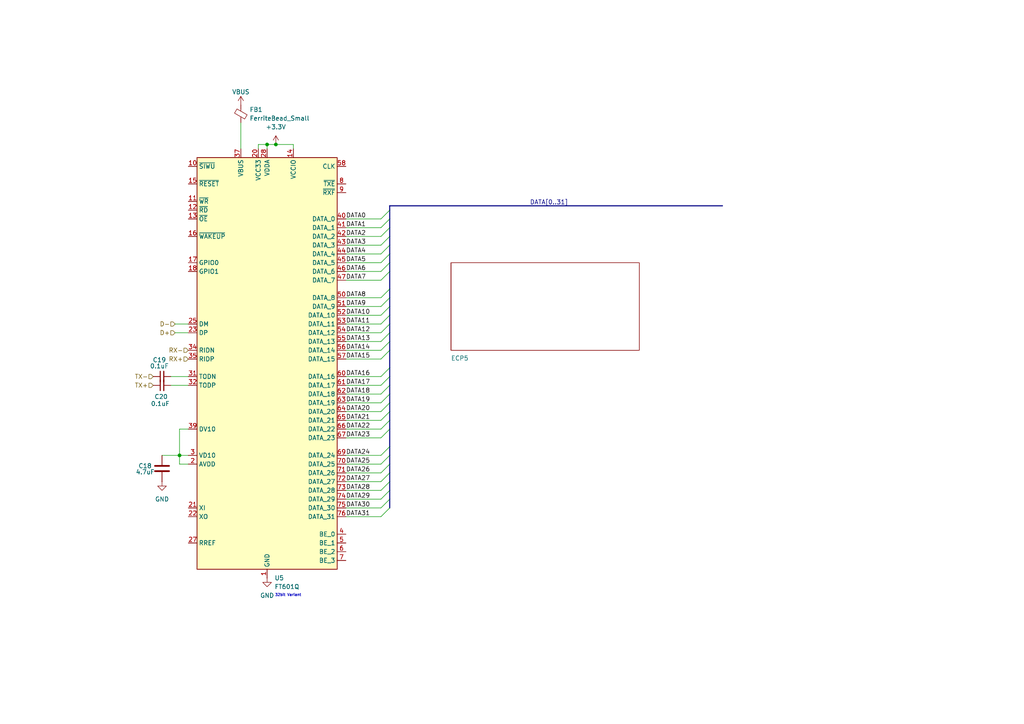
<source format=kicad_sch>
(kicad_sch (version 20250114) (generator "eeschema") (generator_version "9.0")
  (paper "A4")
  (lib_symbols
    (symbol "Device:C" (pin_numbers (hide yes)) (pin_names (offset 0.254))
      (property "Reference" "C" (at 0.635 2.54 0))
      (property "Value" "C" (at 0.635 -2.54 0))
      (symbol "C_0_1"
        (polyline (pts (xy -2.032 0.762) (xy 2.032 0.762)) (stroke (width 0.508)))
        (polyline (pts (xy -2.032 -0.762) (xy 2.032 -0.762)) (stroke (width 0.508)))
      )
      (symbol "C_1_1"
        (pin passive line (at 0 3.81 270) (length 2.794) (name "~") (number "1"))
        (pin passive line (at 0 -3.81 90) (length 2.794) (name "~") (number "2"))
      )
    )
    (symbol "Device:C_Small" (pin_numbers (hide yes)) (pin_names (offset 0.254) (hide yes))
      (property "Reference" "C" (at 0.254 1.778 0))
      (property "Value" "C_Small" (at 0.254 -2.032 0))
      (symbol "C_Small_0_1"
        (polyline (pts (xy -1.524 0.508) (xy 1.524 0.508)) (stroke (width 0.3048)))
        (polyline (pts (xy -1.524 -0.508) (xy 1.524 -0.508)) (stroke (width 0.3302)))
      )
      (symbol "C_Small_1_1"
        (pin passive line (at 0 2.54 270) (length 2.032) (name "~") (number "1"))
        (pin passive line (at 0 -2.54 90) (length 2.032) (name "~") (number "2"))
      )
    )
    (symbol "Device:FerriteBead_Small" (pin_numbers (hide yes)) (pin_names (offset 0))
      (property "Reference" "FB" (at 1.905 1.27 0))
      (property "Value" "FerriteBead_Small" (at 1.905 -1.27 0))
      (symbol "FerriteBead_Small_0_1"
        (polyline (pts (xy -1.8288 0.2794) (xy -1.1176 1.4986) (xy 1.8288 -0.2032) (xy 1.1176 -1.4224) (xy -1.8288 0.2794)))
        (polyline (pts (xy 0 0.889) (xy 0 1.2954)))
        (polyline (pts (xy 0 -1.27) (xy 0 -0.7874)))
      )
      (symbol "FerriteBead_Small_1_1"
        (pin passive line (at 0 2.54 270) (length 1.27) (name "~") (number "1"))
        (pin passive line (at 0 -2.54 90) (length 1.27) (name "~") (number "2"))
      )
    )
    (symbol "Interface_USB:FT601Q"
      (property "Reference" "U" (at -19.05 62.23 0))
      (property "Value" "FT601Q" (at 16.51 62.23 0))
      (symbol "FT601Q_0_1"
        (rectangle (start -20.32 60.96) (end 20.32 -58.42) (stroke (width 0.254)) (fill (type background)))
      )
      (symbol "FT601Q_1_1"
        (pin input line (at -22.86 58.42 0) (length 2.54) (name "~{SIWU}") (number "10"))
        (pin input line (at -22.86 53.34 0) (length 2.54) (name "~{RESET}") (number "15"))
        (pin input line (at -22.86 48.26 0) (length 2.54) (name "~{WR}") (number "11"))
        (pin input line (at -22.86 45.72 0) (length 2.54) (name "~{RD}") (number "12"))
        (pin input line (at -22.86 43.18 0) (length 2.54) (name "~{OE}") (number "13"))
        (pin bidirectional line (at -22.86 38.1 0) (length 2.54) (name "~{WAKEUP}") (number "16"))
        (pin bidirectional line (at -22.86 30.48 0) (length 2.54) (name "GPIO0") (number "17"))
        (pin bidirectional line (at -22.86 27.94 0) (length 2.54) (name "GPIO1") (number "18"))
        (pin bidirectional line (at -22.86 12.7 0) (length 2.54) (name "DM") (number "25"))
        (pin bidirectional line (at -22.86 10.16 0) (length 2.54) (name "DP") (number "23"))
        (pin input line (at -22.86 5.08 0) (length 2.54) (name "RIDN") (number "34"))
        (pin input line (at -22.86 2.54 0) (length 2.54) (name "RIDP") (number "35"))
        (pin output line (at -22.86 -2.54 0) (length 2.54) (name "TODN") (number "31"))
        (pin output line (at -22.86 -5.08 0) (length 2.54) (name "TODP") (number "32"))
        (pin power_out line (at -22.86 -17.78 0) (length 2.54) (name "DV10") (number "39"))
        (pin power_in line (at -22.86 -25.4 0) (length 2.54) (name "VD10") (number "3"))
        (pin passive line (at -22.86 -25.4 0) (length 2.54) (hide yes) (name "VD10") (number "30"))
        (pin passive line (at -22.86 -25.4 0) (length 2.54) (hide yes) (name "VD10") (number "33"))
        (pin passive line (at -22.86 -25.4 0) (length 2.54) (hide yes) (name "VD10") (number "48"))
        (pin power_in line (at -22.86 -27.94 0) (length 2.54) (name "AVDD") (number "2"))
        (pin input line (at -22.86 -40.64 0) (length 2.54) (name "XI") (number "21"))
        (pin output line (at -22.86 -43.18 0) (length 2.54) (name "XO") (number "22"))
        (pin input line (at -22.86 -50.8 0) (length 2.54) (name "RREF") (number "27"))
        (pin no_connect line (at -20.32 -48.26 0) (length 2.54) (hide yes) (name "Reserved") (number "19"))
        (pin power_in line (at -7.62 63.5 270) (length 2.54) (name "VBUS") (number "37"))
        (pin power_in line (at -2.54 63.5 270) (length 2.54) (name "VCC33") (number "20"))
        (pin passive line (at -2.54 63.5 270) (length 2.54) (hide yes) (name "VCC33") (number "24"))
        (pin passive line (at -2.54 63.5 270) (length 2.54) (hide yes) (name "VCC33") (number "38"))
        (pin power_in line (at 0 63.5 270) (length 2.54) (name "VDDA") (number "28"))
        (pin power_in line (at 0 -60.96 90) (length 2.54) (name "GND") (number "1"))
        (pin passive line (at 0 -60.96 90) (length 2.54) (hide yes) (name "GND") (number "26"))
        (pin passive line (at 0 -60.96 90) (length 2.54) (hide yes) (name "GND") (number "29"))
        (pin passive line (at 0 -60.96 90) (length 2.54) (hide yes) (name "GND") (number "36"))
        (pin passive line (at 0 -60.96 90) (length 2.54) (hide yes) (name "GND") (number "77"))
        (pin power_in line (at 7.62 63.5 270) (length 2.54) (name "VCCIO") (number "14"))
        (pin passive line (at 7.62 63.5 270) (length 2.54) (hide yes) (name "VCCIO") (number "49"))
        (pin passive line (at 7.62 63.5 270) (length 2.54) (hide yes) (name "VCCIO") (number "59"))
        (pin passive line (at 7.62 63.5 270) (length 2.54) (hide yes) (name "VCCIO") (number "68"))
        (pin output line (at 22.86 58.42 180) (length 2.54) (name "CLK") (number "58"))
        (pin output line (at 22.86 53.34 180) (length 2.54) (name "~{TXE}") (number "8"))
        (pin output line (at 22.86 50.8 180) (length 2.54) (name "~{RXF}") (number "9"))
        (pin bidirectional line (at 22.86 43.18 180) (length 2.54) (name "DATA_0") (number "40"))
        (pin bidirectional line (at 22.86 40.64 180) (length 2.54) (name "DATA_1") (number "41"))
        (pin bidirectional line (at 22.86 38.1 180) (length 2.54) (name "DATA_2") (number "42"))
        (pin bidirectional line (at 22.86 35.56 180) (length 2.54) (name "DATA_3") (number "43"))
        (pin bidirectional line (at 22.86 33.02 180) (length 2.54) (name "DATA_4") (number "44"))
        (pin bidirectional line (at 22.86 30.48 180) (length 2.54) (name "DATA_5") (number "45"))
        (pin bidirectional line (at 22.86 27.94 180) (length 2.54) (name "DATA_6") (number "46"))
        (pin bidirectional line (at 22.86 25.4 180) (length 2.54) (name "DATA_7") (number "47"))
        (pin bidirectional line (at 22.86 20.32 180) (length 2.54) (name "DATA_8") (number "50"))
        (pin bidirectional line (at 22.86 17.78 180) (length 2.54) (name "DATA_9") (number "51"))
        (pin bidirectional line (at 22.86 15.24 180) (length 2.54) (name "DATA_10") (number "52"))
        (pin bidirectional line (at 22.86 12.7 180) (length 2.54) (name "DATA_11") (number "53"))
        (pin bidirectional line (at 22.86 10.16 180) (length 2.54) (name "DATA_12") (number "54"))
        (pin bidirectional line (at 22.86 7.62 180) (length 2.54) (name "DATA_13") (number "55"))
        (pin bidirectional line (at 22.86 5.08 180) (length 2.54) (name "DATA_14") (number "56"))
        (pin bidirectional line (at 22.86 2.54 180) (length 2.54) (name "DATA_15") (number "57"))
        (pin bidirectional line (at 22.86 -2.54 180) (length 2.54) (name "DATA_16") (number "60"))
        (pin bidirectional line (at 22.86 -5.08 180) (length 2.54) (name "DATA_17") (number "61"))
        (pin bidirectional line (at 22.86 -7.62 180) (length 2.54) (name "DATA_18") (number "62"))
        (pin bidirectional line (at 22.86 -10.16 180) (length 2.54) (name "DATA_19") (number "63"))
        (pin bidirectional line (at 22.86 -12.7 180) (length 2.54) (name "DATA_20") (number "64"))
        (pin bidirectional line (at 22.86 -15.24 180) (length 2.54) (name "DATA_21") (number "65"))
        (pin bidirectional line (at 22.86 -17.78 180) (length 2.54) (name "DATA_22") (number "66"))
        (pin bidirectional line (at 22.86 -20.32 180) (length 2.54) (name "DATA_23") (number "67"))
        (pin bidirectional line (at 22.86 -25.4 180) (length 2.54) (name "DATA_24") (number "69"))
        (pin bidirectional line (at 22.86 -27.94 180) (length 2.54) (name "DATA_25") (number "70"))
        (pin bidirectional line (at 22.86 -30.48 180) (length 2.54) (name "DATA_26") (number "71"))
        (pin bidirectional line (at 22.86 -33.02 180) (length 2.54) (name "DATA_27") (number "72"))
        (pin bidirectional line (at 22.86 -35.56 180) (length 2.54) (name "DATA_28") (number "73"))
        (pin bidirectional line (at 22.86 -38.1 180) (length 2.54) (name "DATA_29") (number "74"))
        (pin bidirectional line (at 22.86 -40.64 180) (length 2.54) (name "DATA_30") (number "75"))
        (pin bidirectional line (at 22.86 -43.18 180) (length 2.54) (name "DATA_31") (number "76"))
        (pin bidirectional line (at 22.86 -48.26 180) (length 2.54) (name "BE_0") (number "4"))
        (pin bidirectional line (at 22.86 -50.8 180) (length 2.54) (name "BE_1") (number "5"))
        (pin bidirectional line (at 22.86 -53.34 180) (length 2.54) (name "BE_2") (number "6"))
        (pin bidirectional line (at 22.86 -55.88 180) (length 2.54) (name "BE_3") (number "7"))
      )
    )
    (symbol "power:+3.3V" (power) (pin_numbers (hide yes)) (pin_names (offset 0) (hide yes))
      (property "Value" "+3.3V" (at 0 3.556 0))
      (symbol "+3.3V_0_1"
        (polyline (pts (xy -0.762 1.27) (xy 0 2.54)))
        (polyline (pts (xy 0 2.54) (xy 0.762 1.27)))
        (polyline (pts (xy 0 0) (xy 0 2.54)))
      )
      (symbol "+3.3V_1_1"
        (pin power_in line (at 0 0 90) (length 0) (name "~") (number "1"))
      )
    )
    (symbol "power:GND" (power) (pin_numbers (hide yes)) (pin_names (offset 0) (hide yes))
      (property "Value" "GND" (at 0 -3.81 0))
      (symbol "GND_0_1"
        (polyline (pts (xy 0 0) (xy 0 -1.27) (xy 1.27 -1.27) (xy 0 -2.54) (xy -1.27 -1.27) (xy 0 -1.27)))
      )
      (symbol "GND_1_1"
        (pin power_in line (at 0 0 270) (length 0) (name "~") (number "1"))
      )
    )
    (symbol "power:VBUS" (power) (pin_numbers (hide yes)) (pin_names (offset 0) (hide yes))
      (property "Value" "VBUS" (at 0 3.556 0))
      (symbol "VBUS_0_1"
        (polyline (pts (xy -0.762 1.27) (xy 0 2.54)))
        (polyline (pts (xy 0 2.54) (xy 0.762 1.27)))
        (polyline (pts (xy 0 0) (xy 0 2.54)))
      )
      (symbol "VBUS_1_1"
        (pin power_in line (at 0 0 90) (length 0) (name "~") (number "1"))
      )
    )
  )
  (text "32bit Variant\n" (at 83.566 172.72 0) (effects (font (size 0.762 0.762))))
  (junction (at 77.47 41.91))
  (junction (at 52.07 132.08))
  (junction (at 80.01 41.91))
  (bus_entry (at 113.03 144.78) (size -2.54 2.54))
  (bus_entry (at 113.03 78.74) (size -2.54 2.54))
  (bus_entry (at 113.03 60.96) (size -2.54 2.54))
  (bus_entry (at 113.03 96.52) (size -2.54 2.54))
  (bus_entry (at 113.03 71.12) (size -2.54 2.54))
  (bus_entry (at 113.03 124.46) (size -2.54 2.54))
  (bus_entry (at 113.03 73.66) (size -2.54 2.54))
  (bus_entry (at 113.03 147.32) (size -2.54 2.54))
  (bus_entry (at 113.03 83.82) (size -2.54 2.54))
  (bus_entry (at 113.03 134.62) (size -2.54 2.54))
  (bus_entry (at 113.03 91.44) (size -2.54 2.54))
  (bus_entry (at 113.03 137.16) (size -2.54 2.54))
  (bus_entry (at 113.03 63.5) (size -2.54 2.54))
  (bus_entry (at 113.03 111.76) (size -2.54 2.54))
  (bus_entry (at 113.03 106.68) (size -2.54 2.54))
  (bus_entry (at 113.03 88.9) (size -2.54 2.54))
  (bus_entry (at 113.03 93.98) (size -2.54 2.54))
  (bus_entry (at 113.03 66.04) (size -2.54 2.54))
  (bus_entry (at 113.03 114.3) (size -2.54 2.54))
  (bus_entry (at 113.03 116.84) (size -2.54 2.54))
  (bus_entry (at 113.03 121.92) (size -2.54 2.54))
  (bus_entry (at 113.03 109.22) (size -2.54 2.54))
  (bus_entry (at 113.03 139.7) (size -2.54 2.54))
  (bus_entry (at 113.03 86.36) (size -2.54 2.54))
  (bus_entry (at 113.03 142.24) (size -2.54 2.54))
  (bus_entry (at 113.03 76.2) (size -2.54 2.54))
  (bus_entry (at 113.03 101.6) (size -2.54 2.54))
  (bus_entry (at 113.03 119.38) (size -2.54 2.54))
  (bus_entry (at 113.03 129.54) (size -2.54 2.54))
  (bus_entry (at 113.03 132.08) (size -2.54 2.54))
  (bus_entry (at 113.03 68.58) (size -2.54 2.54))
  (bus_entry (at 113.03 99.06) (size -2.54 2.54))
  (wire (pts (xy 69.85 35.56) (xy 69.85 43.18)))
  (bus (pts (xy 113.03 86.36) (xy 113.03 83.82)))
  (wire (pts (xy 46.99 132.08) (xy 52.07 132.08)))
  (bus (pts (xy 113.03 83.82) (xy 113.03 78.74)))
  (wire (pts (xy 100.33 81.28) (xy 110.49 81.28)))
  (bus (pts (xy 113.03 114.3) (xy 113.03 111.76)))
  (bus (pts (xy 113.03 78.74) (xy 113.03 76.2)))
  (bus (pts (xy 113.03 119.38) (xy 113.03 116.84)))
  (wire (pts (xy 54.61 109.22) (xy 49.53 109.22)))
  (bus (pts (xy 113.03 71.12) (xy 113.03 68.58)))
  (wire (pts (xy 100.33 104.14) (xy 110.49 104.14)))
  (bus (pts (xy 113.03 59.69) (xy 209.55 59.69)))
  (bus (pts (xy 113.03 139.7) (xy 113.03 137.16)))
  (bus (pts (xy 113.03 63.5) (xy 113.03 60.96)))
  (wire (pts (xy 100.33 96.52) (xy 110.49 96.52)))
  (bus (pts (xy 113.03 106.68) (xy 113.03 101.6)))
  (wire (pts (xy 100.33 137.16) (xy 110.49 137.16)))
  (bus (pts (xy 113.03 134.62) (xy 113.03 132.08)))
  (wire (pts (xy 100.33 101.6) (xy 110.49 101.6)))
  (bus (pts (xy 113.03 88.9) (xy 113.03 86.36)))
  (wire (pts (xy 100.33 139.7) (xy 110.49 139.7)))
  (bus (pts (xy 113.03 137.16) (xy 113.03 134.62)))
  (wire (pts (xy 85.09 41.91) (xy 85.09 43.18)))
  (wire (pts (xy 50.8 96.52) (xy 54.61 96.52)))
  (wire (pts (xy 100.33 127) (xy 110.49 127)))
  (wire (pts (xy 100.33 147.32) (xy 110.49 147.32)))
  (bus (pts (xy 113.03 142.24) (xy 113.03 139.7)))
  (wire (pts (xy 100.33 68.58) (xy 110.49 68.58)))
  (wire (pts (xy 77.47 41.91) (xy 74.93 41.91)))
  (bus (pts (xy 113.03 132.08) (xy 113.03 129.54)))
  (wire (pts (xy 100.33 78.74) (xy 110.49 78.74)))
  (bus (pts (xy 113.03 68.58) (xy 113.03 66.04)))
  (wire (pts (xy 74.93 41.91) (xy 74.93 43.18)))
  (wire (pts (xy 52.07 134.62) (xy 54.61 134.62)))
  (wire (pts (xy 80.01 41.91) (xy 77.47 41.91)))
  (wire (pts (xy 100.33 109.22) (xy 110.49 109.22)))
  (wire (pts (xy 80.01 41.91) (xy 85.09 41.91)))
  (wire (pts (xy 100.33 99.06) (xy 110.49 99.06)))
  (wire (pts (xy 49.53 111.76) (xy 54.61 111.76)))
  (bus (pts (xy 113.03 101.6) (xy 113.03 99.06)))
  (bus (pts (xy 113.03 76.2) (xy 113.03 73.66)))
  (wire (pts (xy 100.33 66.04) (xy 110.49 66.04)))
  (wire (pts (xy 100.33 63.5) (xy 110.49 63.5)))
  (bus (pts (xy 113.03 96.52) (xy 113.03 93.98)))
  (wire (pts (xy 100.33 142.24) (xy 110.49 142.24)))
  (wire (pts (xy 100.33 93.98) (xy 110.49 93.98)))
  (wire (pts (xy 100.33 116.84) (xy 110.49 116.84)))
  (bus (pts (xy 113.03 91.44) (xy 113.03 88.9)))
  (wire (pts (xy 100.33 114.3) (xy 110.49 114.3)))
  (wire (pts (xy 100.33 134.62) (xy 110.49 134.62)))
  (bus (pts (xy 113.03 60.96) (xy 113.03 59.69)))
  (wire (pts (xy 100.33 73.66) (xy 110.49 73.66)))
  (wire (pts (xy 100.33 71.12) (xy 110.49 71.12)))
  (wire (pts (xy 77.47 41.91) (xy 77.47 43.18)))
  (bus (pts (xy 113.03 116.84) (xy 113.03 114.3)))
  (bus (pts (xy 113.03 66.04) (xy 113.03 63.5)))
  (bus (pts (xy 113.03 144.78) (xy 113.03 142.24)))
  (wire (pts (xy 100.33 91.44) (xy 110.49 91.44)))
  (wire (pts (xy 100.33 121.92) (xy 110.49 121.92)))
  (wire (pts (xy 100.33 111.76) (xy 110.49 111.76)))
  (wire (pts (xy 50.8 93.98) (xy 54.61 93.98)))
  (wire (pts (xy 100.33 144.78) (xy 110.49 144.78)))
  (bus (pts (xy 113.03 73.66) (xy 113.03 71.12)))
  (wire (pts (xy 52.07 132.08) (xy 54.61 132.08)))
  (bus (pts (xy 113.03 109.22) (xy 113.03 106.68)))
  (bus (pts (xy 113.03 147.32) (xy 113.03 144.78)))
  (wire (pts (xy 100.33 86.36) (xy 110.49 86.36)))
  (bus (pts (xy 113.03 124.46) (xy 113.03 121.92)))
  (wire (pts (xy 100.33 88.9) (xy 110.49 88.9)))
  (wire (pts (xy 100.33 76.2) (xy 110.49 76.2)))
  (bus (pts (xy 113.03 93.98) (xy 113.03 91.44)))
  (wire (pts (xy 100.33 124.46) (xy 110.49 124.46)))
  (bus (pts (xy 113.03 121.92) (xy 113.03 119.38)))
  (wire (pts (xy 100.33 132.08) (xy 110.49 132.08)))
  (wire (pts (xy 54.61 124.46) (xy 52.07 124.46)))
  (wire (pts (xy 52.07 132.08) (xy 52.07 134.62)))
  (wire (pts (xy 52.07 124.46) (xy 52.07 132.08)))
  (wire (pts (xy 100.33 149.86) (xy 110.49 149.86)))
  (bus (pts (xy 113.03 129.54) (xy 113.03 124.46)))
  (bus (pts (xy 113.03 99.06) (xy 113.03 96.52)))
  (wire (pts (xy 100.33 119.38) (xy 110.49 119.38)))
  (bus (pts (xy 113.03 111.76) (xy 113.03 109.22)))
  (label "DATA8" (at 100.33 86.36 0))
  (label "DATA9" (at 100.33 88.9 0))
  (label "DATA18" (at 100.33 114.3 0))
  (label "DATA3" (at 100.33 71.12 0))
  (label "DATA21" (at 100.33 121.92 0))
  (label "DATA17" (at 100.33 111.76 0))
  (label "DATA11" (at 100.33 93.98 0))
  (label "DATA2" (at 100.33 68.58 0))
  (label "DATA19" (at 100.33 116.84 0))
  (label "DATA23" (at 100.33 127 0))
  (label "DATA5" (at 100.33 76.2 0))
  (label "DATA1" (at 100.33 66.04 0))
  (label "DATA7" (at 100.33 81.28 0))
  (label "DATA25" (at 100.33 134.62 0))
  (label "DATA15" (at 100.33 104.14 0))
  (label "DATA16" (at 100.33 109.22 0))
  (label "DATA4" (at 100.33 73.66 0))
  (label "DATA10" (at 100.33 91.44 0))
  (label "DATA26" (at 100.33 137.16 0))
  (label "DATA28" (at 100.33 142.24 0))
  (label "DATA22" (at 100.33 124.46 0))
  (label "DATA12" (at 100.33 96.52 0))
  (label "DATA0" (at 100.33 63.5 0))
  (label "DATA27" (at 100.33 139.7 0))
  (label "DATA29" (at 100.33 144.78 0))
  (label "DATA31" (at 100.33 149.86 0))
  (label "DATA20" (at 100.33 119.38 0))
  (label "DATA24" (at 100.33 132.08 0))
  (label "DATA14" (at 100.33 101.6 0))
  (label "DATA[0..31]" (at 153.67 59.69 0))
  (label "DATA13" (at 100.33 99.06 0))
  (label "DATA30" (at 100.33 147.32 0))
  (label "DATA6" (at 100.33 78.74 0))
  (hierarchical_label "TX-" (shape input) (at 44.45 109.22 180))
  (hierarchical_label "TX+" (shape input) (at 44.45 111.76 180))
  (hierarchical_label "RX+" (shape input) (at 54.61 104.14 180))
  (hierarchical_label "D-" (shape input) (at 50.8 93.98 180))
  (hierarchical_label "D+" (shape input) (at 50.8 96.52 180))
  (hierarchical_label "RX-" (shape input) (at 54.61 101.6 180))
  (symbol (lib_id "power:VBUS") (at 69.85 30.48 0) (unit 1)
    (property "Reference" "#PWR037" (effects (hide yes)))
    (property "Value" "VBUS" (at 69.85 26.67 0))
    (property "Description" "Power symbol creates a global label with name \"VBUS\"" (effects (hide yes)))
  )
  (symbol (lib_id "Device:C_Small") (at 46.99 111.76 90) (unit 1)
    (property "Reference" "C20" (at 46.736 115.062 90))
    (property "Value" "0.1uF" (at 46.482 117.094 90))
    (property "Description" "Unpolarized capacitor, small symbol" (effects (hide yes)))
  )
  (symbol (lib_id "Device:C_Small") (at 46.99 109.22 90) (unit 1)
    (property "Reference" "C19" (at 46.228 104.394 90))
    (property "Value" "0.1uF" (at 46.228 106.172 90))
    (property "Description" "Unpolarized capacitor, small symbol" (effects (hide yes)))
  )
  (symbol (lib_id "power:GND") (at 77.47 167.64 0) (unit 1)
    (property "Reference" "#PWR025" (effects (hide yes)))
    (property "Value" "GND" (at 77.47 172.72 0))
    (property "Description" "Power symbol creates a global label with name \"GND\" , ground" (effects (hide yes)))
  )
  (symbol (lib_id "power:+3.3V") (at 80.01 41.91 0) (unit 1)
    (property "Reference" "#PWR038" (effects (hide yes)))
    (property "Value" "+3.3V" (at 80.01 36.83 0))
    (property "Description" "Power symbol creates a global label with name \"+3.3V\"" (effects (hide yes)))
  )
  (symbol (lib_id "Interface_USB:FT601Q") (at 77.47 106.68 0) (unit 1)
    (property "Reference" "U5" (at 79.6133 167.64 0) (effects (justify left)))
    (property "Value" "FT601Q" (at 79.6133 170.18 0) (effects (justify left)))
    (property "Footprint" "Package_DFN_QFN:QFN-76-1EP_9x9mm_P0.4mm_EP5.81x6.31mm" (effects (hide yes)))
    (property "Datasheet" "https://ftdichip.com/wp-content/uploads/2020/07/DS_FT600Q-FT601Q-IC-Datasheet.pdf" (effects (hide yes)))
    (property "Description" "USB 3.0 Super-Speed to 32 bits Sync FIFO, QFN-76" (effects (hide yes)))
  )
  (symbol (lib_id "power:GND") (at 46.99 139.7 0) (unit 1)
    (property "Reference" "#PWR039" (effects (hide yes)))
    (property "Value" "GND" (at 46.99 144.78 0))
    (property "Description" "Power symbol creates a global label with name \"GND\" , ground" (effects (hide yes)))
  )
  (symbol (lib_id "Device:FerriteBead_Small") (at 69.85 33.02 180) (unit 1)
    (property "Reference" "FB1" (at 72.39 31.788 0) (effects (justify right)))
    (property "Value" "FerriteBead_Small" (at 72.39 34.328 0) (effects (justify right)))
    (property "Description" "Ferrite bead, small symbol" (effects (hide yes)))
  )
  (symbol (lib_id "Device:C") (at 46.99 135.89 0) (unit 1)
    (property "Reference" "C18" (at 40.132 135.128 0) (effects (justify left)))
    (property "Value" "4.7uF" (at 39.37 136.906 0) (effects (justify left)))
    (property "Description" "Unpolarized capacitor" (effects (hide yes)))
  )
  (sheet (at 130.81 76.2) (size 54.61 25.4) (stroke (width 0.1524))
    (property "Sheetname" "ECP5" (at 130.81 104.648 0) (effects (justify left bottom)))
    (property "Sheetfile" "ecp5.kicad_sch" (effects (hide yes)))
  )
)
</source>
